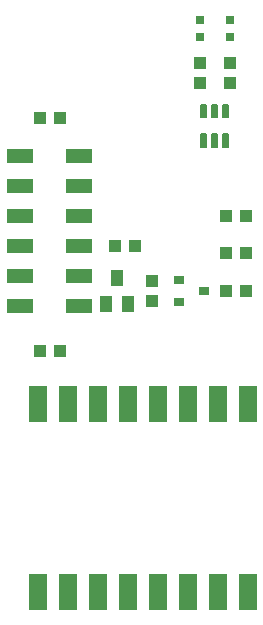
<source format=gbr>
G04 EAGLE Gerber RS-274X export*
G75*
%MOMM*%
%FSLAX34Y34*%
%LPD*%
%INSolderpaste Top*%
%IPPOS*%
%AMOC8*
5,1,8,0,0,1.08239X$1,22.5*%
G01*
%ADD10R,1.000000X1.100000*%
%ADD11R,1.524000X3.025000*%
%ADD12R,2.290000X1.270000*%
%ADD13C,0.145000*%
%ADD14R,0.800000X0.800000*%
%ADD15R,1.100000X1.000000*%
%ADD16R,0.900000X0.800000*%
%ADD17R,1.000000X1.400000*%


D10*
X122800Y463550D03*
X105800Y463550D03*
D11*
X104200Y62390D03*
X129600Y62390D03*
X155000Y62390D03*
X180400Y62390D03*
X205800Y62390D03*
X231200Y62390D03*
X256600Y62390D03*
X282000Y62390D03*
X104200Y222090D03*
X129600Y222090D03*
X155000Y222090D03*
X180400Y222090D03*
X205800Y222090D03*
X231200Y222090D03*
X256600Y222090D03*
X282000Y222090D03*
D10*
X122800Y266700D03*
X105800Y266700D03*
X186300Y355600D03*
X169300Y355600D03*
D12*
X89050Y304800D03*
X139550Y304800D03*
X89050Y330200D03*
X139550Y330200D03*
X89050Y355600D03*
X139550Y355600D03*
X89050Y381000D03*
X139550Y381000D03*
X89050Y406400D03*
X139550Y406400D03*
X89050Y431800D03*
X139550Y431800D03*
D13*
X246675Y439325D02*
X246675Y449975D01*
X246675Y439325D02*
X242325Y439325D01*
X242325Y449975D01*
X246675Y449975D01*
X246675Y440702D02*
X242325Y440702D01*
X242325Y442079D02*
X246675Y442079D01*
X246675Y443456D02*
X242325Y443456D01*
X242325Y444833D02*
X246675Y444833D01*
X246675Y446210D02*
X242325Y446210D01*
X242325Y447587D02*
X246675Y447587D01*
X246675Y448964D02*
X242325Y448964D01*
X256175Y449975D02*
X256175Y439325D01*
X251825Y439325D01*
X251825Y449975D01*
X256175Y449975D01*
X256175Y440702D02*
X251825Y440702D01*
X251825Y442079D02*
X256175Y442079D01*
X256175Y443456D02*
X251825Y443456D01*
X251825Y444833D02*
X256175Y444833D01*
X256175Y446210D02*
X251825Y446210D01*
X251825Y447587D02*
X256175Y447587D01*
X256175Y448964D02*
X251825Y448964D01*
X265675Y449975D02*
X265675Y439325D01*
X261325Y439325D01*
X261325Y449975D01*
X265675Y449975D01*
X265675Y440702D02*
X261325Y440702D01*
X261325Y442079D02*
X265675Y442079D01*
X265675Y443456D02*
X261325Y443456D01*
X261325Y444833D02*
X265675Y444833D01*
X265675Y446210D02*
X261325Y446210D01*
X261325Y447587D02*
X265675Y447587D01*
X265675Y448964D02*
X261325Y448964D01*
X246675Y464425D02*
X246675Y475075D01*
X246675Y464425D02*
X242325Y464425D01*
X242325Y475075D01*
X246675Y475075D01*
X246675Y465802D02*
X242325Y465802D01*
X242325Y467179D02*
X246675Y467179D01*
X246675Y468556D02*
X242325Y468556D01*
X242325Y469933D02*
X246675Y469933D01*
X246675Y471310D02*
X242325Y471310D01*
X242325Y472687D02*
X246675Y472687D01*
X246675Y474064D02*
X242325Y474064D01*
X256175Y475075D02*
X256175Y464425D01*
X251825Y464425D01*
X251825Y475075D01*
X256175Y475075D01*
X256175Y465802D02*
X251825Y465802D01*
X251825Y467179D02*
X256175Y467179D01*
X256175Y468556D02*
X251825Y468556D01*
X251825Y469933D02*
X256175Y469933D01*
X256175Y471310D02*
X251825Y471310D01*
X251825Y472687D02*
X256175Y472687D01*
X256175Y474064D02*
X251825Y474064D01*
X265675Y475075D02*
X265675Y464425D01*
X261325Y464425D01*
X261325Y475075D01*
X265675Y475075D01*
X265675Y465802D02*
X261325Y465802D01*
X261325Y467179D02*
X265675Y467179D01*
X265675Y468556D02*
X261325Y468556D01*
X261325Y469933D02*
X265675Y469933D01*
X265675Y471310D02*
X261325Y471310D01*
X261325Y472687D02*
X265675Y472687D01*
X265675Y474064D02*
X261325Y474064D01*
D14*
X241300Y532250D03*
X241300Y547250D03*
X266700Y532250D03*
X266700Y547250D03*
D15*
X241300Y493150D03*
X241300Y510150D03*
X266700Y493150D03*
X266700Y510150D03*
X280280Y381000D03*
X263280Y381000D03*
D16*
X223680Y327000D03*
X223680Y308000D03*
X244680Y317500D03*
D15*
X200660Y326000D03*
X200660Y309000D03*
D10*
X263280Y317500D03*
X280280Y317500D03*
X263280Y349250D03*
X280280Y349250D03*
D17*
X171450Y328500D03*
X180950Y306500D03*
X161950Y306500D03*
M02*

</source>
